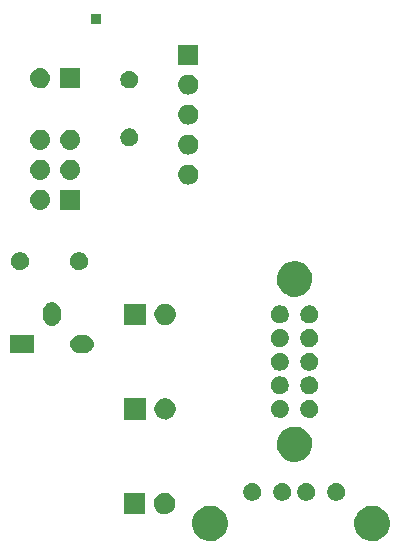
<source format=gbs>
G04 #@! TF.FileFunction,Soldermask,Bot*
%FSLAX46Y46*%
G04 Gerber Fmt 4.6, Leading zero omitted, Abs format (unit mm)*
G04 Created by KiCad (PCBNEW 4.0.7) date Sat Jan 27 20:56:11 2018*
%MOMM*%
%LPD*%
G01*
G04 APERTURE LIST*
%ADD10C,0.100000*%
G04 APERTURE END LIST*
D10*
G36*
X112007551Y-107700997D02*
X112295710Y-107760148D01*
X112566888Y-107874140D01*
X112810766Y-108038638D01*
X113018042Y-108247366D01*
X113180834Y-108492387D01*
X113292928Y-108764350D01*
X113349999Y-109052574D01*
X113349999Y-109052588D01*
X113350064Y-109052917D01*
X113345373Y-109388910D01*
X113345297Y-109389244D01*
X113345297Y-109389255D01*
X113280203Y-109675764D01*
X113160554Y-109944500D01*
X112990992Y-110184872D01*
X112777959Y-110387740D01*
X112529591Y-110545358D01*
X112255332Y-110651738D01*
X111965638Y-110702818D01*
X111671537Y-110696658D01*
X111384229Y-110633489D01*
X111114672Y-110515722D01*
X110873112Y-110347834D01*
X110668768Y-110136230D01*
X110509419Y-109888968D01*
X110401129Y-109615459D01*
X110348025Y-109326121D01*
X110352133Y-109031986D01*
X110413293Y-108744252D01*
X110529178Y-108473872D01*
X110695372Y-108231152D01*
X110905547Y-108025333D01*
X111151692Y-107864260D01*
X111424438Y-107754063D01*
X111713390Y-107698943D01*
X112007551Y-107700997D01*
X112007551Y-107700997D01*
G37*
G36*
X125727551Y-107700997D02*
X126015710Y-107760148D01*
X126286888Y-107874140D01*
X126530766Y-108038638D01*
X126738042Y-108247366D01*
X126900834Y-108492387D01*
X127012928Y-108764350D01*
X127069999Y-109052574D01*
X127069999Y-109052588D01*
X127070064Y-109052917D01*
X127065373Y-109388910D01*
X127065297Y-109389244D01*
X127065297Y-109389255D01*
X127000203Y-109675764D01*
X126880554Y-109944500D01*
X126710992Y-110184872D01*
X126497959Y-110387740D01*
X126249591Y-110545358D01*
X125975332Y-110651738D01*
X125685638Y-110702818D01*
X125391537Y-110696658D01*
X125104229Y-110633489D01*
X124834672Y-110515722D01*
X124593112Y-110347834D01*
X124388768Y-110136230D01*
X124229419Y-109888968D01*
X124121129Y-109615459D01*
X124068025Y-109326121D01*
X124072133Y-109031986D01*
X124133293Y-108744252D01*
X124249178Y-108473872D01*
X124415372Y-108231152D01*
X124625547Y-108025333D01*
X124871692Y-107864260D01*
X125144438Y-107754063D01*
X125433390Y-107698943D01*
X125727551Y-107700997D01*
X125727551Y-107700997D01*
G37*
G36*
X108094531Y-106600597D02*
X108267427Y-106636088D01*
X108430132Y-106704483D01*
X108576458Y-106803180D01*
X108700828Y-106928422D01*
X108798502Y-107075433D01*
X108865757Y-107238608D01*
X108899973Y-107411407D01*
X108899973Y-107411416D01*
X108900039Y-107411750D01*
X108897224Y-107613346D01*
X108897148Y-107613680D01*
X108897148Y-107613691D01*
X108858123Y-107785459D01*
X108786334Y-107946699D01*
X108684592Y-108090927D01*
X108556778Y-108212644D01*
X108407755Y-108307216D01*
X108243199Y-108371043D01*
X108069383Y-108401692D01*
X107892923Y-108397996D01*
X107720536Y-108360094D01*
X107558800Y-108289433D01*
X107413869Y-108188703D01*
X107291260Y-108061738D01*
X107195651Y-107913382D01*
X107130676Y-107749277D01*
X107098814Y-107575672D01*
X107101279Y-107399191D01*
X107137974Y-107226552D01*
X107207506Y-107064322D01*
X107307222Y-106918691D01*
X107433328Y-106795198D01*
X107581015Y-106698555D01*
X107744663Y-106632437D01*
X107918032Y-106599365D01*
X108094531Y-106600597D01*
X108094531Y-106600597D01*
G37*
G36*
X106360000Y-108400000D02*
X104560000Y-108400000D01*
X104560000Y-106600000D01*
X106360000Y-106600000D01*
X106360000Y-108400000D01*
X106360000Y-108400000D01*
G37*
G36*
X115488775Y-105780498D02*
X115632856Y-105810073D01*
X115768444Y-105867069D01*
X115890382Y-105949317D01*
X115994023Y-106053685D01*
X116075419Y-106176194D01*
X116131464Y-106312173D01*
X116159966Y-106456115D01*
X116159966Y-106456125D01*
X116160032Y-106456459D01*
X116157686Y-106624455D01*
X116157610Y-106624789D01*
X116157610Y-106624801D01*
X116125104Y-106767881D01*
X116065279Y-106902250D01*
X115980496Y-107022437D01*
X115873978Y-107123872D01*
X115749796Y-107202680D01*
X115612666Y-107255869D01*
X115467819Y-107281410D01*
X115320769Y-107278330D01*
X115177111Y-107246745D01*
X115042338Y-107187864D01*
X114921554Y-107103917D01*
X114819383Y-106998115D01*
X114739709Y-106874486D01*
X114685564Y-106737731D01*
X114659012Y-106593059D01*
X114661066Y-106445992D01*
X114691645Y-106302127D01*
X114749587Y-106166937D01*
X114832687Y-106045574D01*
X114937773Y-105942665D01*
X115060844Y-105862130D01*
X115197221Y-105807030D01*
X115341693Y-105779470D01*
X115488775Y-105780498D01*
X115488775Y-105780498D01*
G37*
G36*
X122598775Y-105780498D02*
X122742856Y-105810073D01*
X122878444Y-105867069D01*
X123000382Y-105949317D01*
X123104023Y-106053685D01*
X123185419Y-106176194D01*
X123241464Y-106312173D01*
X123269966Y-106456115D01*
X123269966Y-106456125D01*
X123270032Y-106456459D01*
X123267686Y-106624455D01*
X123267610Y-106624789D01*
X123267610Y-106624801D01*
X123235104Y-106767881D01*
X123175279Y-106902250D01*
X123090496Y-107022437D01*
X122983978Y-107123872D01*
X122859796Y-107202680D01*
X122722666Y-107255869D01*
X122577819Y-107281410D01*
X122430769Y-107278330D01*
X122287111Y-107246745D01*
X122152338Y-107187864D01*
X122031554Y-107103917D01*
X121929383Y-106998115D01*
X121849709Y-106874486D01*
X121795564Y-106737731D01*
X121769012Y-106593059D01*
X121771066Y-106445992D01*
X121801645Y-106302127D01*
X121859587Y-106166937D01*
X121942687Y-106045574D01*
X122047773Y-105942665D01*
X122170844Y-105862130D01*
X122307221Y-105807030D01*
X122451693Y-105779470D01*
X122598775Y-105780498D01*
X122598775Y-105780498D01*
G37*
G36*
X120058775Y-105780498D02*
X120202856Y-105810073D01*
X120338444Y-105867069D01*
X120460382Y-105949317D01*
X120564023Y-106053685D01*
X120645419Y-106176194D01*
X120701464Y-106312173D01*
X120729966Y-106456115D01*
X120729966Y-106456125D01*
X120730032Y-106456459D01*
X120727686Y-106624455D01*
X120727610Y-106624789D01*
X120727610Y-106624801D01*
X120695104Y-106767881D01*
X120635279Y-106902250D01*
X120550496Y-107022437D01*
X120443978Y-107123872D01*
X120319796Y-107202680D01*
X120182666Y-107255869D01*
X120037819Y-107281410D01*
X119890769Y-107278330D01*
X119747111Y-107246745D01*
X119612338Y-107187864D01*
X119491554Y-107103917D01*
X119389383Y-106998115D01*
X119309709Y-106874486D01*
X119255564Y-106737731D01*
X119229012Y-106593059D01*
X119231066Y-106445992D01*
X119261645Y-106302127D01*
X119319587Y-106166937D01*
X119402687Y-106045574D01*
X119507773Y-105942665D01*
X119630844Y-105862130D01*
X119767221Y-105807030D01*
X119911693Y-105779470D01*
X120058775Y-105780498D01*
X120058775Y-105780498D01*
G37*
G36*
X118028775Y-105780498D02*
X118172856Y-105810073D01*
X118308444Y-105867069D01*
X118430382Y-105949317D01*
X118534023Y-106053685D01*
X118615419Y-106176194D01*
X118671464Y-106312173D01*
X118699966Y-106456115D01*
X118699966Y-106456125D01*
X118700032Y-106456459D01*
X118697686Y-106624455D01*
X118697610Y-106624789D01*
X118697610Y-106624801D01*
X118665104Y-106767881D01*
X118605279Y-106902250D01*
X118520496Y-107022437D01*
X118413978Y-107123872D01*
X118289796Y-107202680D01*
X118152666Y-107255869D01*
X118007819Y-107281410D01*
X117860769Y-107278330D01*
X117717111Y-107246745D01*
X117582338Y-107187864D01*
X117461554Y-107103917D01*
X117359383Y-106998115D01*
X117279709Y-106874486D01*
X117225564Y-106737731D01*
X117199012Y-106593059D01*
X117201066Y-106445992D01*
X117231645Y-106302127D01*
X117289587Y-106166937D01*
X117372687Y-106045574D01*
X117477773Y-105942665D01*
X117600844Y-105862130D01*
X117737221Y-105807030D01*
X117881693Y-105779470D01*
X118028775Y-105780498D01*
X118028775Y-105780498D01*
G37*
G36*
X119157551Y-101000997D02*
X119445710Y-101060148D01*
X119716888Y-101174140D01*
X119960766Y-101338638D01*
X120168042Y-101547366D01*
X120330834Y-101792387D01*
X120442928Y-102064350D01*
X120499999Y-102352574D01*
X120499999Y-102352588D01*
X120500064Y-102352917D01*
X120495373Y-102688910D01*
X120495297Y-102689244D01*
X120495297Y-102689255D01*
X120430203Y-102975764D01*
X120310554Y-103244500D01*
X120140992Y-103484872D01*
X119927959Y-103687740D01*
X119679591Y-103845358D01*
X119405332Y-103951738D01*
X119115638Y-104002818D01*
X118821537Y-103996658D01*
X118534229Y-103933489D01*
X118264672Y-103815722D01*
X118023112Y-103647834D01*
X117818768Y-103436230D01*
X117659419Y-103188968D01*
X117551129Y-102915459D01*
X117498025Y-102626121D01*
X117502133Y-102331986D01*
X117563293Y-102044252D01*
X117679178Y-101773872D01*
X117845372Y-101531152D01*
X118055547Y-101325333D01*
X118301692Y-101164260D01*
X118574438Y-101054063D01*
X118863390Y-100998943D01*
X119157551Y-101000997D01*
X119157551Y-101000997D01*
G37*
G36*
X108134531Y-98600597D02*
X108307427Y-98636088D01*
X108470132Y-98704483D01*
X108616458Y-98803180D01*
X108740828Y-98928422D01*
X108838502Y-99075433D01*
X108905757Y-99238608D01*
X108939973Y-99411407D01*
X108939973Y-99411416D01*
X108940039Y-99411750D01*
X108937224Y-99613346D01*
X108937148Y-99613680D01*
X108937148Y-99613691D01*
X108898123Y-99785459D01*
X108826334Y-99946699D01*
X108724592Y-100090927D01*
X108596778Y-100212644D01*
X108447755Y-100307216D01*
X108283199Y-100371043D01*
X108109383Y-100401692D01*
X107932923Y-100397996D01*
X107760536Y-100360094D01*
X107598800Y-100289433D01*
X107453869Y-100188703D01*
X107331260Y-100061738D01*
X107235651Y-99913382D01*
X107170676Y-99749277D01*
X107138814Y-99575672D01*
X107141279Y-99399191D01*
X107177974Y-99226552D01*
X107247506Y-99064322D01*
X107347222Y-98918691D01*
X107473328Y-98795198D01*
X107621015Y-98698555D01*
X107784663Y-98632437D01*
X107958032Y-98599365D01*
X108134531Y-98600597D01*
X108134531Y-98600597D01*
G37*
G36*
X106400000Y-100400000D02*
X104600000Y-100400000D01*
X104600000Y-98600000D01*
X106400000Y-98600000D01*
X106400000Y-100400000D01*
X106400000Y-100400000D01*
G37*
G36*
X117830036Y-98738506D02*
X117976422Y-98768555D01*
X118114179Y-98826462D01*
X118238068Y-98910026D01*
X118343368Y-99016064D01*
X118426066Y-99140534D01*
X118483008Y-99278688D01*
X118511967Y-99424938D01*
X118511967Y-99424948D01*
X118512033Y-99425282D01*
X118509649Y-99595966D01*
X118509573Y-99596300D01*
X118509573Y-99596311D01*
X118476544Y-99741688D01*
X118415763Y-99878205D01*
X118329624Y-100000316D01*
X118221402Y-100103374D01*
X118095233Y-100183443D01*
X117955908Y-100237484D01*
X117808745Y-100263432D01*
X117659342Y-100260303D01*
X117513387Y-100228213D01*
X117376450Y-100168386D01*
X117253742Y-100083102D01*
X117149935Y-99975606D01*
X117068983Y-99849995D01*
X117013973Y-99711055D01*
X116986996Y-99564068D01*
X116989083Y-99414648D01*
X117020151Y-99268481D01*
X117079022Y-99131126D01*
X117163448Y-99007825D01*
X117270218Y-98903268D01*
X117395259Y-98821443D01*
X117533814Y-98765463D01*
X117680600Y-98737462D01*
X117830036Y-98738506D01*
X117830036Y-98738506D01*
G37*
G36*
X120330036Y-98738506D02*
X120476422Y-98768555D01*
X120614179Y-98826462D01*
X120738068Y-98910026D01*
X120843368Y-99016064D01*
X120926066Y-99140534D01*
X120983008Y-99278688D01*
X121011967Y-99424938D01*
X121011967Y-99424948D01*
X121012033Y-99425282D01*
X121009649Y-99595966D01*
X121009573Y-99596300D01*
X121009573Y-99596311D01*
X120976544Y-99741688D01*
X120915763Y-99878205D01*
X120829624Y-100000316D01*
X120721402Y-100103374D01*
X120595233Y-100183443D01*
X120455908Y-100237484D01*
X120308745Y-100263432D01*
X120159342Y-100260303D01*
X120013387Y-100228213D01*
X119876450Y-100168386D01*
X119753742Y-100083102D01*
X119649935Y-99975606D01*
X119568983Y-99849995D01*
X119513973Y-99711055D01*
X119486996Y-99564068D01*
X119489083Y-99414648D01*
X119520151Y-99268481D01*
X119579022Y-99131126D01*
X119663448Y-99007825D01*
X119770218Y-98903268D01*
X119895259Y-98821443D01*
X120033814Y-98765463D01*
X120180600Y-98737462D01*
X120330036Y-98738506D01*
X120330036Y-98738506D01*
G37*
G36*
X117830036Y-96738506D02*
X117976422Y-96768555D01*
X118114179Y-96826462D01*
X118238068Y-96910026D01*
X118343368Y-97016064D01*
X118426066Y-97140534D01*
X118483008Y-97278688D01*
X118511967Y-97424938D01*
X118511967Y-97424948D01*
X118512033Y-97425282D01*
X118509649Y-97595966D01*
X118509573Y-97596300D01*
X118509573Y-97596311D01*
X118476544Y-97741688D01*
X118415763Y-97878205D01*
X118329624Y-98000316D01*
X118221402Y-98103374D01*
X118095233Y-98183443D01*
X117955908Y-98237484D01*
X117808745Y-98263432D01*
X117659342Y-98260303D01*
X117513387Y-98228213D01*
X117376450Y-98168386D01*
X117253742Y-98083102D01*
X117149935Y-97975606D01*
X117068983Y-97849995D01*
X117013973Y-97711055D01*
X116986996Y-97564068D01*
X116989083Y-97414648D01*
X117020151Y-97268481D01*
X117079022Y-97131126D01*
X117163448Y-97007825D01*
X117270218Y-96903268D01*
X117395259Y-96821443D01*
X117533814Y-96765463D01*
X117680600Y-96737462D01*
X117830036Y-96738506D01*
X117830036Y-96738506D01*
G37*
G36*
X120330036Y-96738506D02*
X120476422Y-96768555D01*
X120614179Y-96826462D01*
X120738068Y-96910026D01*
X120843368Y-97016064D01*
X120926066Y-97140534D01*
X120983008Y-97278688D01*
X121011967Y-97424938D01*
X121011967Y-97424948D01*
X121012033Y-97425282D01*
X121009649Y-97595966D01*
X121009573Y-97596300D01*
X121009573Y-97596311D01*
X120976544Y-97741688D01*
X120915763Y-97878205D01*
X120829624Y-98000316D01*
X120721402Y-98103374D01*
X120595233Y-98183443D01*
X120455908Y-98237484D01*
X120308745Y-98263432D01*
X120159342Y-98260303D01*
X120013387Y-98228213D01*
X119876450Y-98168386D01*
X119753742Y-98083102D01*
X119649935Y-97975606D01*
X119568983Y-97849995D01*
X119513973Y-97711055D01*
X119486996Y-97564068D01*
X119489083Y-97414648D01*
X119520151Y-97268481D01*
X119579022Y-97131126D01*
X119663448Y-97007825D01*
X119770218Y-96903268D01*
X119895259Y-96821443D01*
X120033814Y-96765463D01*
X120180600Y-96737462D01*
X120330036Y-96738506D01*
X120330036Y-96738506D01*
G37*
G36*
X117830036Y-94738506D02*
X117976422Y-94768555D01*
X118114179Y-94826462D01*
X118238068Y-94910026D01*
X118343368Y-95016064D01*
X118426066Y-95140534D01*
X118483008Y-95278688D01*
X118511967Y-95424938D01*
X118511967Y-95424948D01*
X118512033Y-95425282D01*
X118509649Y-95595966D01*
X118509573Y-95596300D01*
X118509573Y-95596311D01*
X118476544Y-95741688D01*
X118415763Y-95878205D01*
X118329624Y-96000316D01*
X118221402Y-96103374D01*
X118095233Y-96183443D01*
X117955908Y-96237484D01*
X117808745Y-96263432D01*
X117659342Y-96260303D01*
X117513387Y-96228213D01*
X117376450Y-96168386D01*
X117253742Y-96083102D01*
X117149935Y-95975606D01*
X117068983Y-95849995D01*
X117013973Y-95711055D01*
X116986996Y-95564068D01*
X116989083Y-95414648D01*
X117020151Y-95268481D01*
X117079022Y-95131126D01*
X117163448Y-95007825D01*
X117270218Y-94903268D01*
X117395259Y-94821443D01*
X117533814Y-94765463D01*
X117680600Y-94737462D01*
X117830036Y-94738506D01*
X117830036Y-94738506D01*
G37*
G36*
X120330036Y-94738506D02*
X120476422Y-94768555D01*
X120614179Y-94826462D01*
X120738068Y-94910026D01*
X120843368Y-95016064D01*
X120926066Y-95140534D01*
X120983008Y-95278688D01*
X121011967Y-95424938D01*
X121011967Y-95424948D01*
X121012033Y-95425282D01*
X121009649Y-95595966D01*
X121009573Y-95596300D01*
X121009573Y-95596311D01*
X120976544Y-95741688D01*
X120915763Y-95878205D01*
X120829624Y-96000316D01*
X120721402Y-96103374D01*
X120595233Y-96183443D01*
X120455908Y-96237484D01*
X120308745Y-96263432D01*
X120159342Y-96260303D01*
X120013387Y-96228213D01*
X119876450Y-96168386D01*
X119753742Y-96083102D01*
X119649935Y-95975606D01*
X119568983Y-95849995D01*
X119513973Y-95711055D01*
X119486996Y-95564068D01*
X119489083Y-95414648D01*
X119520151Y-95268481D01*
X119579022Y-95131126D01*
X119663448Y-95007825D01*
X119770218Y-94903268D01*
X119895259Y-94821443D01*
X120033814Y-94765463D01*
X120180600Y-94737462D01*
X120330036Y-94738506D01*
X120330036Y-94738506D01*
G37*
G36*
X101260852Y-93250042D02*
X101265311Y-93250073D01*
X101410773Y-93266389D01*
X101550295Y-93310648D01*
X101678564Y-93381165D01*
X101790694Y-93475252D01*
X101882412Y-93589328D01*
X101950227Y-93719045D01*
X101991554Y-93859464D01*
X101991557Y-93859493D01*
X101991562Y-93859511D01*
X102004824Y-94005233D01*
X101989527Y-94150760D01*
X101989524Y-94150770D01*
X101989520Y-94150808D01*
X101946236Y-94290637D01*
X101876617Y-94419395D01*
X101783315Y-94532178D01*
X101669883Y-94624691D01*
X101540642Y-94693410D01*
X101400515Y-94735716D01*
X101254839Y-94750000D01*
X100745125Y-94750000D01*
X100739148Y-94749958D01*
X100734689Y-94749927D01*
X100589227Y-94733611D01*
X100449705Y-94689352D01*
X100321436Y-94618835D01*
X100209306Y-94524748D01*
X100117588Y-94410672D01*
X100049773Y-94280955D01*
X100008446Y-94140536D01*
X100008443Y-94140507D01*
X100008438Y-94140489D01*
X99995176Y-93994767D01*
X100010473Y-93849240D01*
X100010476Y-93849230D01*
X100010480Y-93849192D01*
X100053764Y-93709363D01*
X100123383Y-93580605D01*
X100216685Y-93467822D01*
X100330117Y-93375309D01*
X100459358Y-93306590D01*
X100599485Y-93264284D01*
X100745161Y-93250000D01*
X101254875Y-93250000D01*
X101260852Y-93250042D01*
X101260852Y-93250042D01*
G37*
G36*
X96920000Y-94750000D02*
X94920000Y-94750000D01*
X94920000Y-93250000D01*
X96920000Y-93250000D01*
X96920000Y-94750000D01*
X96920000Y-94750000D01*
G37*
G36*
X117830036Y-92738506D02*
X117976422Y-92768555D01*
X118114179Y-92826462D01*
X118238068Y-92910026D01*
X118343368Y-93016064D01*
X118426066Y-93140534D01*
X118483008Y-93278688D01*
X118511967Y-93424938D01*
X118511967Y-93424948D01*
X118512033Y-93425282D01*
X118509649Y-93595966D01*
X118509573Y-93596300D01*
X118509573Y-93596311D01*
X118476544Y-93741688D01*
X118415763Y-93878205D01*
X118329624Y-94000316D01*
X118221402Y-94103374D01*
X118095233Y-94183443D01*
X117955908Y-94237484D01*
X117808745Y-94263432D01*
X117659342Y-94260303D01*
X117513387Y-94228213D01*
X117376450Y-94168386D01*
X117253742Y-94083102D01*
X117149935Y-93975606D01*
X117068983Y-93849995D01*
X117013973Y-93711055D01*
X116986996Y-93564068D01*
X116989083Y-93414648D01*
X117020151Y-93268481D01*
X117079022Y-93131126D01*
X117163448Y-93007825D01*
X117270218Y-92903268D01*
X117395259Y-92821443D01*
X117533814Y-92765463D01*
X117680600Y-92737462D01*
X117830036Y-92738506D01*
X117830036Y-92738506D01*
G37*
G36*
X120330036Y-92738506D02*
X120476422Y-92768555D01*
X120614179Y-92826462D01*
X120738068Y-92910026D01*
X120843368Y-93016064D01*
X120926066Y-93140534D01*
X120983008Y-93278688D01*
X121011967Y-93424938D01*
X121011967Y-93424948D01*
X121012033Y-93425282D01*
X121009649Y-93595966D01*
X121009573Y-93596300D01*
X121009573Y-93596311D01*
X120976544Y-93741688D01*
X120915763Y-93878205D01*
X120829624Y-94000316D01*
X120721402Y-94103374D01*
X120595233Y-94183443D01*
X120455908Y-94237484D01*
X120308745Y-94263432D01*
X120159342Y-94260303D01*
X120013387Y-94228213D01*
X119876450Y-94168386D01*
X119753742Y-94083102D01*
X119649935Y-93975606D01*
X119568983Y-93849995D01*
X119513973Y-93711055D01*
X119486996Y-93564068D01*
X119489083Y-93414648D01*
X119520151Y-93268481D01*
X119579022Y-93131126D01*
X119663448Y-93007825D01*
X119770218Y-92903268D01*
X119895259Y-92821443D01*
X120033814Y-92765463D01*
X120180600Y-92737462D01*
X120330036Y-92738506D01*
X120330036Y-92738506D01*
G37*
G36*
X98610760Y-90470473D02*
X98610770Y-90470476D01*
X98610808Y-90470480D01*
X98750637Y-90513764D01*
X98879395Y-90583383D01*
X98992178Y-90676685D01*
X99084691Y-90790117D01*
X99153410Y-90919358D01*
X99195716Y-91059485D01*
X99210000Y-91205161D01*
X99210000Y-91714839D01*
X99209927Y-91725311D01*
X99193611Y-91870773D01*
X99149352Y-92010295D01*
X99078835Y-92138564D01*
X98984748Y-92250694D01*
X98870672Y-92342412D01*
X98740955Y-92410227D01*
X98600536Y-92451554D01*
X98600507Y-92451557D01*
X98600489Y-92451562D01*
X98454767Y-92464824D01*
X98309240Y-92449527D01*
X98309230Y-92449524D01*
X98309192Y-92449520D01*
X98169363Y-92406236D01*
X98040605Y-92336617D01*
X97927822Y-92243315D01*
X97835309Y-92129883D01*
X97766590Y-92000642D01*
X97724284Y-91860515D01*
X97710000Y-91714839D01*
X97710000Y-91205161D01*
X97710073Y-91194689D01*
X97726389Y-91049227D01*
X97770648Y-90909705D01*
X97841165Y-90781436D01*
X97935252Y-90669306D01*
X98049328Y-90577588D01*
X98179045Y-90509773D01*
X98319464Y-90468446D01*
X98319493Y-90468443D01*
X98319511Y-90468438D01*
X98465233Y-90455176D01*
X98610760Y-90470473D01*
X98610760Y-90470473D01*
G37*
G36*
X108134531Y-90600597D02*
X108307427Y-90636088D01*
X108470132Y-90704483D01*
X108616458Y-90803180D01*
X108740828Y-90928422D01*
X108838502Y-91075433D01*
X108905757Y-91238608D01*
X108939973Y-91411407D01*
X108939973Y-91411416D01*
X108940039Y-91411750D01*
X108937224Y-91613346D01*
X108937148Y-91613680D01*
X108937148Y-91613691D01*
X108898123Y-91785459D01*
X108826334Y-91946699D01*
X108724592Y-92090927D01*
X108596778Y-92212644D01*
X108447755Y-92307216D01*
X108283199Y-92371043D01*
X108109383Y-92401692D01*
X107932923Y-92397996D01*
X107760536Y-92360094D01*
X107598800Y-92289433D01*
X107453869Y-92188703D01*
X107331260Y-92061738D01*
X107235651Y-91913382D01*
X107170676Y-91749277D01*
X107138814Y-91575672D01*
X107141279Y-91399191D01*
X107177974Y-91226552D01*
X107247506Y-91064322D01*
X107347222Y-90918691D01*
X107473328Y-90795198D01*
X107621015Y-90698555D01*
X107784663Y-90632437D01*
X107958032Y-90599365D01*
X108134531Y-90600597D01*
X108134531Y-90600597D01*
G37*
G36*
X106400000Y-92400000D02*
X104600000Y-92400000D01*
X104600000Y-90600000D01*
X106400000Y-90600000D01*
X106400000Y-92400000D01*
X106400000Y-92400000D01*
G37*
G36*
X117830036Y-90738506D02*
X117976422Y-90768555D01*
X118114179Y-90826462D01*
X118238068Y-90910026D01*
X118343368Y-91016064D01*
X118426066Y-91140534D01*
X118483008Y-91278688D01*
X118511967Y-91424938D01*
X118511967Y-91424948D01*
X118512033Y-91425282D01*
X118509649Y-91595966D01*
X118509573Y-91596300D01*
X118509573Y-91596311D01*
X118476544Y-91741688D01*
X118415763Y-91878205D01*
X118329624Y-92000316D01*
X118221402Y-92103374D01*
X118095233Y-92183443D01*
X117955908Y-92237484D01*
X117808745Y-92263432D01*
X117659342Y-92260303D01*
X117513387Y-92228213D01*
X117376450Y-92168386D01*
X117253742Y-92083102D01*
X117149935Y-91975606D01*
X117068983Y-91849995D01*
X117013973Y-91711055D01*
X116986996Y-91564068D01*
X116989083Y-91414648D01*
X117020151Y-91268481D01*
X117079022Y-91131126D01*
X117163448Y-91007825D01*
X117270218Y-90903268D01*
X117395259Y-90821443D01*
X117533814Y-90765463D01*
X117680600Y-90737462D01*
X117830036Y-90738506D01*
X117830036Y-90738506D01*
G37*
G36*
X120330036Y-90738506D02*
X120476422Y-90768555D01*
X120614179Y-90826462D01*
X120738068Y-90910026D01*
X120843368Y-91016064D01*
X120926066Y-91140534D01*
X120983008Y-91278688D01*
X121011967Y-91424938D01*
X121011967Y-91424948D01*
X121012033Y-91425282D01*
X121009649Y-91595966D01*
X121009573Y-91596300D01*
X121009573Y-91596311D01*
X120976544Y-91741688D01*
X120915763Y-91878205D01*
X120829624Y-92000316D01*
X120721402Y-92103374D01*
X120595233Y-92183443D01*
X120455908Y-92237484D01*
X120308745Y-92263432D01*
X120159342Y-92260303D01*
X120013387Y-92228213D01*
X119876450Y-92168386D01*
X119753742Y-92083102D01*
X119649935Y-91975606D01*
X119568983Y-91849995D01*
X119513973Y-91711055D01*
X119486996Y-91564068D01*
X119489083Y-91414648D01*
X119520151Y-91268481D01*
X119579022Y-91131126D01*
X119663448Y-91007825D01*
X119770218Y-90903268D01*
X119895259Y-90821443D01*
X120033814Y-90765463D01*
X120180600Y-90737462D01*
X120330036Y-90738506D01*
X120330036Y-90738506D01*
G37*
G36*
X119157551Y-87000997D02*
X119445710Y-87060148D01*
X119716888Y-87174140D01*
X119960766Y-87338638D01*
X120168042Y-87547366D01*
X120330834Y-87792387D01*
X120442928Y-88064350D01*
X120499999Y-88352574D01*
X120499999Y-88352588D01*
X120500064Y-88352917D01*
X120495373Y-88688910D01*
X120495297Y-88689244D01*
X120495297Y-88689255D01*
X120430203Y-88975764D01*
X120310554Y-89244500D01*
X120140992Y-89484872D01*
X119927959Y-89687740D01*
X119679591Y-89845358D01*
X119405332Y-89951738D01*
X119115638Y-90002818D01*
X118821537Y-89996658D01*
X118534229Y-89933489D01*
X118264672Y-89815722D01*
X118023112Y-89647834D01*
X117818768Y-89436230D01*
X117659419Y-89188968D01*
X117551129Y-88915459D01*
X117498025Y-88626121D01*
X117502133Y-88331986D01*
X117563293Y-88044252D01*
X117679178Y-87773872D01*
X117845372Y-87531152D01*
X118055547Y-87325333D01*
X118301692Y-87164260D01*
X118574438Y-87054063D01*
X118863390Y-86998943D01*
X119157551Y-87000997D01*
X119157551Y-87000997D01*
G37*
G36*
X100830036Y-86238506D02*
X100976422Y-86268555D01*
X101114179Y-86326462D01*
X101238068Y-86410026D01*
X101343368Y-86516064D01*
X101426066Y-86640534D01*
X101483008Y-86778688D01*
X101511967Y-86924938D01*
X101511967Y-86924948D01*
X101512033Y-86925282D01*
X101509649Y-87095966D01*
X101509573Y-87096300D01*
X101509573Y-87096311D01*
X101476544Y-87241688D01*
X101415763Y-87378205D01*
X101329624Y-87500316D01*
X101221402Y-87603374D01*
X101095233Y-87683443D01*
X100955908Y-87737484D01*
X100808745Y-87763432D01*
X100659342Y-87760303D01*
X100513387Y-87728213D01*
X100376450Y-87668386D01*
X100253742Y-87583102D01*
X100149935Y-87475606D01*
X100068983Y-87349995D01*
X100013973Y-87211055D01*
X99986996Y-87064068D01*
X99989083Y-86914648D01*
X100020151Y-86768481D01*
X100079022Y-86631126D01*
X100163448Y-86507825D01*
X100270218Y-86403268D01*
X100395259Y-86321443D01*
X100533814Y-86265463D01*
X100680600Y-86237462D01*
X100830036Y-86238506D01*
X100830036Y-86238506D01*
G37*
G36*
X95830036Y-86238506D02*
X95976422Y-86268555D01*
X96114179Y-86326462D01*
X96238068Y-86410026D01*
X96343368Y-86516064D01*
X96426066Y-86640534D01*
X96483008Y-86778688D01*
X96511967Y-86924938D01*
X96511967Y-86924948D01*
X96512033Y-86925282D01*
X96509649Y-87095966D01*
X96509573Y-87096300D01*
X96509573Y-87096311D01*
X96476544Y-87241688D01*
X96415763Y-87378205D01*
X96329624Y-87500316D01*
X96221402Y-87603374D01*
X96095233Y-87683443D01*
X95955908Y-87737484D01*
X95808745Y-87763432D01*
X95659342Y-87760303D01*
X95513387Y-87728213D01*
X95376450Y-87668386D01*
X95253742Y-87583102D01*
X95149935Y-87475606D01*
X95068983Y-87349995D01*
X95013973Y-87211055D01*
X94986996Y-87064068D01*
X94989083Y-86914648D01*
X95020151Y-86768481D01*
X95079022Y-86631126D01*
X95163448Y-86507825D01*
X95270218Y-86403268D01*
X95395259Y-86321443D01*
X95533814Y-86265463D01*
X95680600Y-86237462D01*
X95830036Y-86238506D01*
X95830036Y-86238506D01*
G37*
G36*
X100850000Y-82640000D02*
X99150000Y-82640000D01*
X99150000Y-80940000D01*
X100850000Y-80940000D01*
X100850000Y-82640000D01*
X100850000Y-82640000D01*
G37*
G36*
X97470261Y-80940043D02*
X97475981Y-80940083D01*
X97640838Y-80958575D01*
X97798964Y-81008735D01*
X97944335Y-81088654D01*
X98071415Y-81195286D01*
X98175363Y-81324571D01*
X98252219Y-81471584D01*
X98299057Y-81630726D01*
X98299060Y-81630756D01*
X98299065Y-81630774D01*
X98314095Y-81795932D01*
X98296760Y-81960867D01*
X98296756Y-81960881D01*
X98296752Y-81960916D01*
X98247697Y-82119388D01*
X98168795Y-82265314D01*
X98063052Y-82393135D01*
X97934496Y-82497983D01*
X97788023Y-82575864D01*
X97629212Y-82623812D01*
X97464113Y-82640000D01*
X97455852Y-82640000D01*
X97449739Y-82639957D01*
X97444019Y-82639917D01*
X97279162Y-82621425D01*
X97121036Y-82571265D01*
X96975665Y-82491346D01*
X96848585Y-82384714D01*
X96744637Y-82255429D01*
X96667781Y-82108416D01*
X96620943Y-81949274D01*
X96620940Y-81949244D01*
X96620935Y-81949226D01*
X96605905Y-81784068D01*
X96623240Y-81619133D01*
X96623244Y-81619119D01*
X96623248Y-81619084D01*
X96672303Y-81460612D01*
X96751205Y-81314686D01*
X96856948Y-81186865D01*
X96985504Y-81082017D01*
X97131977Y-81004136D01*
X97290788Y-80956188D01*
X97455887Y-80940000D01*
X97464148Y-80940000D01*
X97470261Y-80940043D01*
X97470261Y-80940043D01*
G37*
G36*
X110010261Y-78810043D02*
X110015981Y-78810083D01*
X110180838Y-78828575D01*
X110338964Y-78878735D01*
X110484335Y-78958654D01*
X110611415Y-79065286D01*
X110715363Y-79194571D01*
X110792219Y-79341584D01*
X110839057Y-79500726D01*
X110839060Y-79500756D01*
X110839065Y-79500774D01*
X110854095Y-79665932D01*
X110836760Y-79830867D01*
X110836756Y-79830881D01*
X110836752Y-79830916D01*
X110787697Y-79989388D01*
X110708795Y-80135314D01*
X110603052Y-80263135D01*
X110474496Y-80367983D01*
X110328023Y-80445864D01*
X110169212Y-80493812D01*
X110004113Y-80510000D01*
X109995852Y-80510000D01*
X109989739Y-80509957D01*
X109984019Y-80509917D01*
X109819162Y-80491425D01*
X109661036Y-80441265D01*
X109515665Y-80361346D01*
X109388585Y-80254714D01*
X109284637Y-80125429D01*
X109207781Y-79978416D01*
X109160943Y-79819274D01*
X109160940Y-79819244D01*
X109160935Y-79819226D01*
X109145905Y-79654068D01*
X109163240Y-79489133D01*
X109163244Y-79489119D01*
X109163248Y-79489084D01*
X109212303Y-79330612D01*
X109291205Y-79184686D01*
X109396948Y-79056865D01*
X109525504Y-78952017D01*
X109671977Y-78874136D01*
X109830788Y-78826188D01*
X109995887Y-78810000D01*
X110004148Y-78810000D01*
X110010261Y-78810043D01*
X110010261Y-78810043D01*
G37*
G36*
X100010261Y-78400043D02*
X100015981Y-78400083D01*
X100180838Y-78418575D01*
X100338964Y-78468735D01*
X100484335Y-78548654D01*
X100611415Y-78655286D01*
X100715363Y-78784571D01*
X100792219Y-78931584D01*
X100839057Y-79090726D01*
X100839060Y-79090756D01*
X100839065Y-79090774D01*
X100854095Y-79255932D01*
X100836760Y-79420867D01*
X100836756Y-79420881D01*
X100836752Y-79420916D01*
X100787697Y-79579388D01*
X100708795Y-79725314D01*
X100603052Y-79853135D01*
X100474496Y-79957983D01*
X100328023Y-80035864D01*
X100169212Y-80083812D01*
X100004113Y-80100000D01*
X99995852Y-80100000D01*
X99989739Y-80099957D01*
X99984019Y-80099917D01*
X99819162Y-80081425D01*
X99661036Y-80031265D01*
X99515665Y-79951346D01*
X99388585Y-79844714D01*
X99284637Y-79715429D01*
X99207781Y-79568416D01*
X99160943Y-79409274D01*
X99160940Y-79409244D01*
X99160935Y-79409226D01*
X99145905Y-79244068D01*
X99163240Y-79079133D01*
X99163244Y-79079119D01*
X99163248Y-79079084D01*
X99212303Y-78920612D01*
X99291205Y-78774686D01*
X99396948Y-78646865D01*
X99525504Y-78542017D01*
X99671977Y-78464136D01*
X99830788Y-78416188D01*
X99995887Y-78400000D01*
X100004148Y-78400000D01*
X100010261Y-78400043D01*
X100010261Y-78400043D01*
G37*
G36*
X97470261Y-78400043D02*
X97475981Y-78400083D01*
X97640838Y-78418575D01*
X97798964Y-78468735D01*
X97944335Y-78548654D01*
X98071415Y-78655286D01*
X98175363Y-78784571D01*
X98252219Y-78931584D01*
X98299057Y-79090726D01*
X98299060Y-79090756D01*
X98299065Y-79090774D01*
X98314095Y-79255932D01*
X98296760Y-79420867D01*
X98296756Y-79420881D01*
X98296752Y-79420916D01*
X98247697Y-79579388D01*
X98168795Y-79725314D01*
X98063052Y-79853135D01*
X97934496Y-79957983D01*
X97788023Y-80035864D01*
X97629212Y-80083812D01*
X97464113Y-80100000D01*
X97455852Y-80100000D01*
X97449739Y-80099957D01*
X97444019Y-80099917D01*
X97279162Y-80081425D01*
X97121036Y-80031265D01*
X96975665Y-79951346D01*
X96848585Y-79844714D01*
X96744637Y-79715429D01*
X96667781Y-79568416D01*
X96620943Y-79409274D01*
X96620940Y-79409244D01*
X96620935Y-79409226D01*
X96605905Y-79244068D01*
X96623240Y-79079133D01*
X96623244Y-79079119D01*
X96623248Y-79079084D01*
X96672303Y-78920612D01*
X96751205Y-78774686D01*
X96856948Y-78646865D01*
X96985504Y-78542017D01*
X97131977Y-78464136D01*
X97290788Y-78416188D01*
X97455887Y-78400000D01*
X97464148Y-78400000D01*
X97470261Y-78400043D01*
X97470261Y-78400043D01*
G37*
G36*
X110010261Y-76270043D02*
X110015981Y-76270083D01*
X110180838Y-76288575D01*
X110338964Y-76338735D01*
X110484335Y-76418654D01*
X110611415Y-76525286D01*
X110715363Y-76654571D01*
X110792219Y-76801584D01*
X110839057Y-76960726D01*
X110839060Y-76960756D01*
X110839065Y-76960774D01*
X110854095Y-77125932D01*
X110836760Y-77290867D01*
X110836756Y-77290881D01*
X110836752Y-77290916D01*
X110787697Y-77449388D01*
X110708795Y-77595314D01*
X110603052Y-77723135D01*
X110474496Y-77827983D01*
X110328023Y-77905864D01*
X110169212Y-77953812D01*
X110004113Y-77970000D01*
X109995852Y-77970000D01*
X109989739Y-77969957D01*
X109984019Y-77969917D01*
X109819162Y-77951425D01*
X109661036Y-77901265D01*
X109515665Y-77821346D01*
X109388585Y-77714714D01*
X109284637Y-77585429D01*
X109207781Y-77438416D01*
X109160943Y-77279274D01*
X109160940Y-77279244D01*
X109160935Y-77279226D01*
X109145905Y-77114068D01*
X109163240Y-76949133D01*
X109163244Y-76949119D01*
X109163248Y-76949084D01*
X109212303Y-76790612D01*
X109291205Y-76644686D01*
X109396948Y-76516865D01*
X109525504Y-76412017D01*
X109671977Y-76334136D01*
X109830788Y-76286188D01*
X109995887Y-76270000D01*
X110004148Y-76270000D01*
X110010261Y-76270043D01*
X110010261Y-76270043D01*
G37*
G36*
X97470261Y-75860043D02*
X97475981Y-75860083D01*
X97640838Y-75878575D01*
X97798964Y-75928735D01*
X97944335Y-76008654D01*
X98071415Y-76115286D01*
X98175363Y-76244571D01*
X98252219Y-76391584D01*
X98299057Y-76550726D01*
X98299060Y-76550756D01*
X98299065Y-76550774D01*
X98314095Y-76715932D01*
X98296760Y-76880867D01*
X98296756Y-76880881D01*
X98296752Y-76880916D01*
X98247697Y-77039388D01*
X98168795Y-77185314D01*
X98063052Y-77313135D01*
X97934496Y-77417983D01*
X97788023Y-77495864D01*
X97629212Y-77543812D01*
X97464113Y-77560000D01*
X97455852Y-77560000D01*
X97449739Y-77559957D01*
X97444019Y-77559917D01*
X97279162Y-77541425D01*
X97121036Y-77491265D01*
X96975665Y-77411346D01*
X96848585Y-77304714D01*
X96744637Y-77175429D01*
X96667781Y-77028416D01*
X96620943Y-76869274D01*
X96620940Y-76869244D01*
X96620935Y-76869226D01*
X96605905Y-76704068D01*
X96623240Y-76539133D01*
X96623244Y-76539119D01*
X96623248Y-76539084D01*
X96672303Y-76380612D01*
X96751205Y-76234686D01*
X96856948Y-76106865D01*
X96985504Y-76002017D01*
X97131977Y-75924136D01*
X97290788Y-75876188D01*
X97455887Y-75860000D01*
X97464148Y-75860000D01*
X97470261Y-75860043D01*
X97470261Y-75860043D01*
G37*
G36*
X100010261Y-75860043D02*
X100015981Y-75860083D01*
X100180838Y-75878575D01*
X100338964Y-75928735D01*
X100484335Y-76008654D01*
X100611415Y-76115286D01*
X100715363Y-76244571D01*
X100792219Y-76391584D01*
X100839057Y-76550726D01*
X100839060Y-76550756D01*
X100839065Y-76550774D01*
X100854095Y-76715932D01*
X100836760Y-76880867D01*
X100836756Y-76880881D01*
X100836752Y-76880916D01*
X100787697Y-77039388D01*
X100708795Y-77185314D01*
X100603052Y-77313135D01*
X100474496Y-77417983D01*
X100328023Y-77495864D01*
X100169212Y-77543812D01*
X100004113Y-77560000D01*
X99995852Y-77560000D01*
X99989739Y-77559957D01*
X99984019Y-77559917D01*
X99819162Y-77541425D01*
X99661036Y-77491265D01*
X99515665Y-77411346D01*
X99388585Y-77304714D01*
X99284637Y-77175429D01*
X99207781Y-77028416D01*
X99160943Y-76869274D01*
X99160940Y-76869244D01*
X99160935Y-76869226D01*
X99145905Y-76704068D01*
X99163240Y-76539133D01*
X99163244Y-76539119D01*
X99163248Y-76539084D01*
X99212303Y-76380612D01*
X99291205Y-76234686D01*
X99396948Y-76106865D01*
X99525504Y-76002017D01*
X99671977Y-75924136D01*
X99830788Y-75876188D01*
X99995887Y-75860000D01*
X100004148Y-75860000D01*
X100010261Y-75860043D01*
X100010261Y-75860043D01*
G37*
G36*
X105078775Y-75750498D02*
X105222856Y-75780073D01*
X105358444Y-75837069D01*
X105480382Y-75919317D01*
X105584023Y-76023685D01*
X105665419Y-76146194D01*
X105721464Y-76282173D01*
X105749966Y-76426115D01*
X105749966Y-76426125D01*
X105750032Y-76426459D01*
X105747686Y-76594455D01*
X105747610Y-76594789D01*
X105747610Y-76594801D01*
X105715104Y-76737881D01*
X105655279Y-76872250D01*
X105570496Y-76992437D01*
X105463978Y-77093872D01*
X105339796Y-77172680D01*
X105202666Y-77225869D01*
X105057819Y-77251410D01*
X104910769Y-77248330D01*
X104767111Y-77216745D01*
X104632338Y-77157864D01*
X104511554Y-77073917D01*
X104409383Y-76968115D01*
X104329709Y-76844486D01*
X104275564Y-76707731D01*
X104249012Y-76563059D01*
X104251066Y-76415992D01*
X104281645Y-76272127D01*
X104339587Y-76136937D01*
X104422687Y-76015574D01*
X104527773Y-75912665D01*
X104650844Y-75832130D01*
X104787221Y-75777030D01*
X104931693Y-75749470D01*
X105078775Y-75750498D01*
X105078775Y-75750498D01*
G37*
G36*
X110010261Y-73730043D02*
X110015981Y-73730083D01*
X110180838Y-73748575D01*
X110338964Y-73798735D01*
X110484335Y-73878654D01*
X110611415Y-73985286D01*
X110715363Y-74114571D01*
X110792219Y-74261584D01*
X110839057Y-74420726D01*
X110839060Y-74420756D01*
X110839065Y-74420774D01*
X110854095Y-74585932D01*
X110836760Y-74750867D01*
X110836756Y-74750881D01*
X110836752Y-74750916D01*
X110787697Y-74909388D01*
X110708795Y-75055314D01*
X110603052Y-75183135D01*
X110474496Y-75287983D01*
X110328023Y-75365864D01*
X110169212Y-75413812D01*
X110004113Y-75430000D01*
X109995852Y-75430000D01*
X109989739Y-75429957D01*
X109984019Y-75429917D01*
X109819162Y-75411425D01*
X109661036Y-75361265D01*
X109515665Y-75281346D01*
X109388585Y-75174714D01*
X109284637Y-75045429D01*
X109207781Y-74898416D01*
X109160943Y-74739274D01*
X109160940Y-74739244D01*
X109160935Y-74739226D01*
X109145905Y-74574068D01*
X109163240Y-74409133D01*
X109163244Y-74409119D01*
X109163248Y-74409084D01*
X109212303Y-74250612D01*
X109291205Y-74104686D01*
X109396948Y-73976865D01*
X109525504Y-73872017D01*
X109671977Y-73794136D01*
X109830788Y-73746188D01*
X109995887Y-73730000D01*
X110004148Y-73730000D01*
X110010261Y-73730043D01*
X110010261Y-73730043D01*
G37*
G36*
X110010261Y-71190043D02*
X110015981Y-71190083D01*
X110180838Y-71208575D01*
X110338964Y-71258735D01*
X110484335Y-71338654D01*
X110611415Y-71445286D01*
X110715363Y-71574571D01*
X110792219Y-71721584D01*
X110839057Y-71880726D01*
X110839060Y-71880756D01*
X110839065Y-71880774D01*
X110854095Y-72045932D01*
X110836760Y-72210867D01*
X110836756Y-72210881D01*
X110836752Y-72210916D01*
X110787697Y-72369388D01*
X110708795Y-72515314D01*
X110603052Y-72643135D01*
X110474496Y-72747983D01*
X110328023Y-72825864D01*
X110169212Y-72873812D01*
X110004113Y-72890000D01*
X109995852Y-72890000D01*
X109989739Y-72889957D01*
X109984019Y-72889917D01*
X109819162Y-72871425D01*
X109661036Y-72821265D01*
X109515665Y-72741346D01*
X109388585Y-72634714D01*
X109284637Y-72505429D01*
X109207781Y-72358416D01*
X109160943Y-72199274D01*
X109160940Y-72199244D01*
X109160935Y-72199226D01*
X109145905Y-72034068D01*
X109163240Y-71869133D01*
X109163244Y-71869119D01*
X109163248Y-71869084D01*
X109212303Y-71710612D01*
X109291205Y-71564686D01*
X109396948Y-71436865D01*
X109525504Y-71332017D01*
X109671977Y-71254136D01*
X109830788Y-71206188D01*
X109995887Y-71190000D01*
X110004148Y-71190000D01*
X110010261Y-71190043D01*
X110010261Y-71190043D01*
G37*
G36*
X105078775Y-70870498D02*
X105222856Y-70900073D01*
X105358444Y-70957069D01*
X105480382Y-71039317D01*
X105584023Y-71143685D01*
X105665419Y-71266194D01*
X105721464Y-71402173D01*
X105749966Y-71546115D01*
X105749966Y-71546125D01*
X105750032Y-71546459D01*
X105747686Y-71714455D01*
X105747610Y-71714789D01*
X105747610Y-71714801D01*
X105715104Y-71857881D01*
X105655279Y-71992250D01*
X105570496Y-72112437D01*
X105463978Y-72213872D01*
X105339796Y-72292680D01*
X105202666Y-72345869D01*
X105057819Y-72371410D01*
X104910769Y-72368330D01*
X104767111Y-72336745D01*
X104632338Y-72277864D01*
X104511554Y-72193917D01*
X104409383Y-72088115D01*
X104329709Y-71964486D01*
X104275564Y-71827731D01*
X104249012Y-71683059D01*
X104251066Y-71535992D01*
X104281645Y-71392127D01*
X104339587Y-71256937D01*
X104422687Y-71135574D01*
X104527773Y-71032665D01*
X104650844Y-70952130D01*
X104787221Y-70897030D01*
X104931693Y-70869470D01*
X105078775Y-70870498D01*
X105078775Y-70870498D01*
G37*
G36*
X97630867Y-70663240D02*
X97630881Y-70663244D01*
X97630916Y-70663248D01*
X97789388Y-70712303D01*
X97935314Y-70791205D01*
X98063135Y-70896948D01*
X98167983Y-71025504D01*
X98245864Y-71171977D01*
X98293812Y-71330788D01*
X98310000Y-71495887D01*
X98310000Y-71504113D01*
X98309917Y-71515981D01*
X98291425Y-71680838D01*
X98241265Y-71838964D01*
X98161346Y-71984335D01*
X98054714Y-72111415D01*
X97925429Y-72215363D01*
X97778416Y-72292219D01*
X97619274Y-72339057D01*
X97619244Y-72339060D01*
X97619226Y-72339065D01*
X97454068Y-72354095D01*
X97289133Y-72336760D01*
X97289119Y-72336756D01*
X97289084Y-72336752D01*
X97130612Y-72287697D01*
X96984686Y-72208795D01*
X96856865Y-72103052D01*
X96752017Y-71974496D01*
X96674136Y-71828023D01*
X96626188Y-71669212D01*
X96610000Y-71504113D01*
X96610000Y-71495887D01*
X96610083Y-71484019D01*
X96628575Y-71319162D01*
X96678735Y-71161036D01*
X96758654Y-71015665D01*
X96865286Y-70888585D01*
X96994571Y-70784637D01*
X97141584Y-70707781D01*
X97300726Y-70660943D01*
X97300756Y-70660940D01*
X97300774Y-70660935D01*
X97465932Y-70645905D01*
X97630867Y-70663240D01*
X97630867Y-70663240D01*
G37*
G36*
X100850000Y-72350000D02*
X99150000Y-72350000D01*
X99150000Y-70650000D01*
X100850000Y-70650000D01*
X100850000Y-72350000D01*
X100850000Y-72350000D01*
G37*
G36*
X110850000Y-70350000D02*
X109150000Y-70350000D01*
X109150000Y-68650000D01*
X110850000Y-68650000D01*
X110850000Y-70350000D01*
X110850000Y-70350000D01*
G37*
G36*
X102625000Y-66925000D02*
X101775000Y-66925000D01*
X101775000Y-66075000D01*
X102625000Y-66075000D01*
X102625000Y-66925000D01*
X102625000Y-66925000D01*
G37*
M02*

</source>
